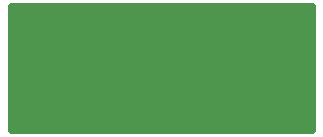
<source format=gbr>
%FSLAX34Y34*%
%MOMM*%
%LNOUTLINE*%
G71*
G01*
%ADD10C,0.600*%
%LPD*%
G36*
X2500Y0D02*
X257500Y0D01*
X257500Y105000D01*
X2500Y105000D01*
X2500Y0D01*
G37*
G54D10*
X2500Y0D02*
X257500Y0D01*
X257500Y105000D01*
X2500Y105000D01*
X2500Y0D01*
M02*

</source>
